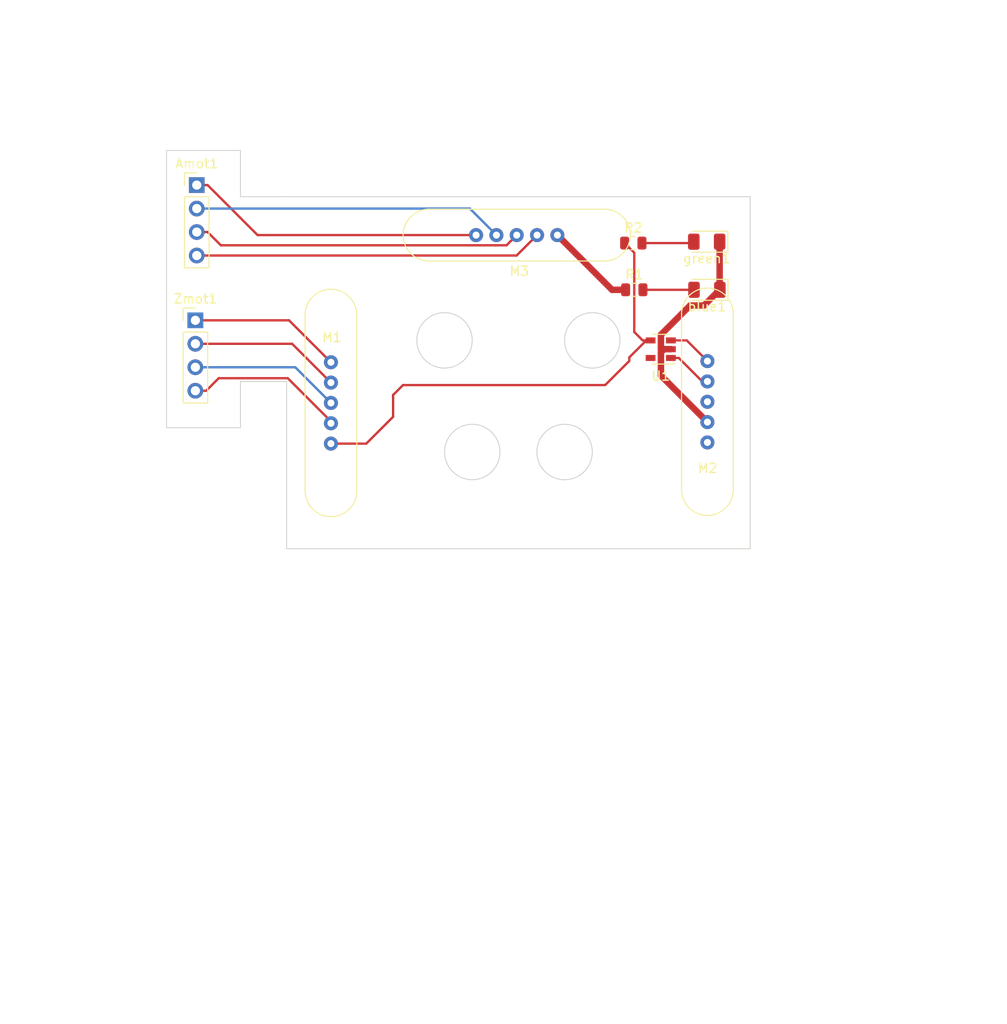
<source format=kicad_pcb>
(kicad_pcb (version 20171130) (host pcbnew 5.1.6-c6e7f7d~87~ubuntu20.04.1)

  (general
    (thickness 1.6)
    (drawings 22)
    (tracks 57)
    (zones 0)
    (modules 10)
    (nets 19)
  )

  (page A4)
  (layers
    (0 F.Cu signal)
    (31 B.Cu signal)
    (32 B.Adhes user)
    (33 F.Adhes user)
    (34 B.Paste user)
    (35 F.Paste user)
    (36 B.SilkS user)
    (37 F.SilkS user)
    (38 B.Mask user)
    (39 F.Mask user)
    (40 Dwgs.User user)
    (41 Cmts.User user)
    (42 Eco1.User user)
    (43 Eco2.User user)
    (44 Edge.Cuts user)
    (45 Margin user)
    (46 B.CrtYd user)
    (47 F.CrtYd user)
    (48 B.Fab user)
    (49 F.Fab user)
  )

  (setup
    (last_trace_width 0.25)
    (trace_clearance 0.2)
    (zone_clearance 0.508)
    (zone_45_only no)
    (trace_min 0.2)
    (via_size 0.8)
    (via_drill 0.4)
    (via_min_size 0.4)
    (via_min_drill 0.3)
    (uvia_size 0.3)
    (uvia_drill 0.1)
    (uvias_allowed no)
    (uvia_min_size 0.2)
    (uvia_min_drill 0.1)
    (edge_width 0.1)
    (segment_width 0.2)
    (pcb_text_width 0.3)
    (pcb_text_size 1.5 1.5)
    (mod_edge_width 0.12)
    (mod_text_size 1 1)
    (mod_text_width 0.15)
    (pad_size 1.524 1.524)
    (pad_drill 0.762)
    (pad_to_mask_clearance 0.05)
    (aux_axis_origin 0 0)
    (visible_elements FFFFFF7F)
    (pcbplotparams
      (layerselection 0x010fc_ffffffff)
      (usegerberextensions false)
      (usegerberattributes true)
      (usegerberadvancedattributes true)
      (creategerberjobfile true)
      (excludeedgelayer true)
      (linewidth 0.100000)
      (plotframeref false)
      (viasonmask false)
      (mode 1)
      (useauxorigin false)
      (hpglpennumber 1)
      (hpglpenspeed 20)
      (hpglpendiameter 15.000000)
      (psnegative false)
      (psa4output false)
      (plotreference true)
      (plotvalue true)
      (plotinvisibletext false)
      (padsonsilk false)
      (subtractmaskfromsilk false)
      (outputformat 1)
      (mirror false)
      (drillshape 1)
      (scaleselection 1)
      (outputdirectory ""))
  )

  (net 0 "")
  (net 1 A2B)
  (net 2 A1B)
  (net 3 A2A)
  (net 4 A1A)
  (net 5 "Net-(R1-Pad2)")
  (net 6 GND)
  (net 7 "Net-(R2-Pad2)")
  (net 8 Z1A)
  (net 9 Z2A)
  (net 10 Z1B)
  (net 11 Z2B)
  (net 12 +3V3)
  (net 13 pwm)
  (net 14 limZ)
  (net 15 SCL)
  (net 16 SDA)
  (net 17 +12V)
  (net 18 "Net-(U1-Pad5)")

  (net_class Default "This is the default net class."
    (clearance 0.2)
    (trace_width 0.25)
    (via_dia 0.8)
    (via_drill 0.4)
    (uvia_dia 0.3)
    (uvia_drill 0.1)
    (add_net +3V3)
    (add_net A1A)
    (add_net A1B)
    (add_net A2A)
    (add_net A2B)
    (add_net "Net-(R1-Pad2)")
    (add_net "Net-(R2-Pad2)")
    (add_net "Net-(U1-Pad5)")
    (add_net SCL)
    (add_net SDA)
    (add_net Z1A)
    (add_net Z1B)
    (add_net Z2A)
    (add_net Z2B)
    (add_net limZ)
    (add_net pwm)
  )

  (net_class +12V ""
    (clearance 0.2)
    (trace_width 0.7)
    (via_dia 0.8)
    (via_drill 0.4)
    (uvia_dia 0.3)
    (uvia_drill 0.1)
    (add_net +12V)
  )

  (net_class GND ""
    (clearance 0.2)
    (trace_width 0.7)
    (via_dia 0.8)
    (via_drill 0.4)
    (uvia_dia 0.3)
    (uvia_drill 0.1)
    (add_net GND)
  )

  (module Connector_PinHeader_2.54mm:PinHeader_1x04_P2.54mm_Vertical (layer F.Cu) (tedit 59FED5CC) (tstamp 62006180)
    (at 90.2716 58.7502)
    (descr "Through hole straight pin header, 1x04, 2.54mm pitch, single row")
    (tags "Through hole pin header THT 1x04 2.54mm single row")
    (path /6200268B)
    (fp_text reference Amot1 (at 0 -2.33) (layer F.SilkS)
      (effects (font (size 1 1) (thickness 0.15)))
    )
    (fp_text value Conn_01x04_Male (at 0 9.95) (layer F.Fab)
      (effects (font (size 1 1) (thickness 0.15)))
    )
    (fp_text user %R (at -5.09016 3.52044 90) (layer F.Fab)
      (effects (font (size 1 1) (thickness 0.15)))
    )
    (fp_line (start -0.635 -1.27) (end 1.27 -1.27) (layer F.Fab) (width 0.1))
    (fp_line (start 1.27 -1.27) (end 1.27 8.89) (layer F.Fab) (width 0.1))
    (fp_line (start 1.27 8.89) (end -1.27 8.89) (layer F.Fab) (width 0.1))
    (fp_line (start -1.27 8.89) (end -1.27 -0.635) (layer F.Fab) (width 0.1))
    (fp_line (start -1.27 -0.635) (end -0.635 -1.27) (layer F.Fab) (width 0.1))
    (fp_line (start -1.33 8.95) (end 1.33 8.95) (layer F.SilkS) (width 0.12))
    (fp_line (start -1.33 1.27) (end -1.33 8.95) (layer F.SilkS) (width 0.12))
    (fp_line (start 1.33 1.27) (end 1.33 8.95) (layer F.SilkS) (width 0.12))
    (fp_line (start -1.33 1.27) (end 1.33 1.27) (layer F.SilkS) (width 0.12))
    (fp_line (start -1.33 0) (end -1.33 -1.33) (layer F.SilkS) (width 0.12))
    (fp_line (start -1.33 -1.33) (end 0 -1.33) (layer F.SilkS) (width 0.12))
    (fp_line (start -1.8 -1.8) (end -1.8 9.4) (layer F.CrtYd) (width 0.05))
    (fp_line (start -1.8 9.4) (end 1.8 9.4) (layer F.CrtYd) (width 0.05))
    (fp_line (start 1.8 9.4) (end 1.8 -1.8) (layer F.CrtYd) (width 0.05))
    (fp_line (start 1.8 -1.8) (end -1.8 -1.8) (layer F.CrtYd) (width 0.05))
    (pad 4 thru_hole oval (at 0 7.62) (size 1.7 1.7) (drill 1) (layers *.Cu *.Mask)
      (net 1 A2B))
    (pad 3 thru_hole oval (at 0 5.08) (size 1.7 1.7) (drill 1) (layers *.Cu *.Mask)
      (net 2 A1B))
    (pad 2 thru_hole oval (at 0 2.54) (size 1.7 1.7) (drill 1) (layers *.Cu *.Mask)
      (net 3 A2A))
    (pad 1 thru_hole rect (at 0 0) (size 1.7 1.7) (drill 1) (layers *.Cu *.Mask)
      (net 4 A1A))
    (model ${KISYS3DMOD}/Connector_PinHeader_2.54mm.3dshapes/PinHeader_1x04_P2.54mm_Vertical.wrl
      (at (xyz 0 0 0))
      (scale (xyz 1 1 1))
      (rotate (xyz 0 0 0))
    )
  )

  (module LED_SMD:LED_1206_3216Metric (layer F.Cu) (tedit 5B301BBE) (tstamp 62006193)
    (at 145.514 70.0786 180)
    (descr "LED SMD 1206 (3216 Metric), square (rectangular) end terminal, IPC_7351 nominal, (Body size source: http://www.tortai-tech.com/upload/download/2011102023233369053.pdf), generated with kicad-footprint-generator")
    (tags diode)
    (path /6201573D)
    (attr smd)
    (fp_text reference blue1 (at 0 -1.82) (layer F.SilkS)
      (effects (font (size 1 1) (thickness 0.15)))
    )
    (fp_text value LED (at 0 1.82) (layer F.Fab)
      (effects (font (size 1 1) (thickness 0.15)))
    )
    (fp_text user %R (at 0 0) (layer F.Fab)
      (effects (font (size 0.8 0.8) (thickness 0.12)))
    )
    (fp_line (start 1.6 -0.8) (end -1.2 -0.8) (layer F.Fab) (width 0.1))
    (fp_line (start -1.2 -0.8) (end -1.6 -0.4) (layer F.Fab) (width 0.1))
    (fp_line (start -1.6 -0.4) (end -1.6 0.8) (layer F.Fab) (width 0.1))
    (fp_line (start -1.6 0.8) (end 1.6 0.8) (layer F.Fab) (width 0.1))
    (fp_line (start 1.6 0.8) (end 1.6 -0.8) (layer F.Fab) (width 0.1))
    (fp_line (start 1.6 -1.135) (end -2.285 -1.135) (layer F.SilkS) (width 0.12))
    (fp_line (start -2.285 -1.135) (end -2.285 1.135) (layer F.SilkS) (width 0.12))
    (fp_line (start -2.285 1.135) (end 1.6 1.135) (layer F.SilkS) (width 0.12))
    (fp_line (start -2.28 1.12) (end -2.28 -1.12) (layer F.CrtYd) (width 0.05))
    (fp_line (start -2.28 -1.12) (end 2.28 -1.12) (layer F.CrtYd) (width 0.05))
    (fp_line (start 2.28 -1.12) (end 2.28 1.12) (layer F.CrtYd) (width 0.05))
    (fp_line (start 2.28 1.12) (end -2.28 1.12) (layer F.CrtYd) (width 0.05))
    (pad 2 smd roundrect (at 1.4 0 180) (size 1.25 1.75) (layers F.Cu F.Paste F.Mask) (roundrect_rratio 0.2)
      (net 5 "Net-(R1-Pad2)"))
    (pad 1 smd roundrect (at -1.4 0 180) (size 1.25 1.75) (layers F.Cu F.Paste F.Mask) (roundrect_rratio 0.2)
      (net 6 GND))
    (model ${KISYS3DMOD}/LED_SMD.3dshapes/LED_1206_3216Metric.wrl
      (at (xyz 0 0 0))
      (scale (xyz 1 1 1))
      (rotate (xyz 0 0 0))
    )
  )

  (module LED_SMD:LED_1206_3216Metric (layer F.Cu) (tedit 5B301BBE) (tstamp 620061A6)
    (at 145.491 64.8716 180)
    (descr "LED SMD 1206 (3216 Metric), square (rectangular) end terminal, IPC_7351 nominal, (Body size source: http://www.tortai-tech.com/upload/download/2011102023233369053.pdf), generated with kicad-footprint-generator")
    (tags diode)
    (path /62015151)
    (attr smd)
    (fp_text reference green1 (at 0 -1.82) (layer F.SilkS)
      (effects (font (size 1 1) (thickness 0.15)))
    )
    (fp_text value LED (at 0 1.82) (layer F.Fab)
      (effects (font (size 1 1) (thickness 0.15)))
    )
    (fp_line (start 2.28 1.12) (end -2.28 1.12) (layer F.CrtYd) (width 0.05))
    (fp_line (start 2.28 -1.12) (end 2.28 1.12) (layer F.CrtYd) (width 0.05))
    (fp_line (start -2.28 -1.12) (end 2.28 -1.12) (layer F.CrtYd) (width 0.05))
    (fp_line (start -2.28 1.12) (end -2.28 -1.12) (layer F.CrtYd) (width 0.05))
    (fp_line (start -2.285 1.135) (end 1.6 1.135) (layer F.SilkS) (width 0.12))
    (fp_line (start -2.285 -1.135) (end -2.285 1.135) (layer F.SilkS) (width 0.12))
    (fp_line (start 1.6 -1.135) (end -2.285 -1.135) (layer F.SilkS) (width 0.12))
    (fp_line (start 1.6 0.8) (end 1.6 -0.8) (layer F.Fab) (width 0.1))
    (fp_line (start -1.6 0.8) (end 1.6 0.8) (layer F.Fab) (width 0.1))
    (fp_line (start -1.6 -0.4) (end -1.6 0.8) (layer F.Fab) (width 0.1))
    (fp_line (start -1.2 -0.8) (end -1.6 -0.4) (layer F.Fab) (width 0.1))
    (fp_line (start 1.6 -0.8) (end -1.2 -0.8) (layer F.Fab) (width 0.1))
    (fp_text user %R (at 0 0) (layer F.Fab)
      (effects (font (size 0.8 0.8) (thickness 0.12)))
    )
    (pad 1 smd roundrect (at -1.4 0 180) (size 1.25 1.75) (layers F.Cu F.Paste F.Mask) (roundrect_rratio 0.2)
      (net 6 GND))
    (pad 2 smd roundrect (at 1.4 0 180) (size 1.25 1.75) (layers F.Cu F.Paste F.Mask) (roundrect_rratio 0.2)
      (net 7 "Net-(R2-Pad2)"))
    (model ${KISYS3DMOD}/LED_SMD.3dshapes/LED_1206_3216Metric.wrl
      (at (xyz 0 0 0))
      (scale (xyz 1 1 1))
      (rotate (xyz 0 0 0))
    )
  )

  (module Magnet_conn:magnet_conn_X5 (layer F.Cu) (tedit 61FFEA57) (tstamp 620061B3)
    (at 104.8 82.3214)
    (path /61FFE886)
    (fp_text reference M1 (at 0.1016 -7.112) (layer F.SilkS)
      (effects (font (size 1 1) (thickness 0.15)))
    )
    (fp_text value magnet_conn_X5 (at -0.2286 -11.0744) (layer F.Fab)
      (effects (font (size 1 1) (thickness 0.15)))
    )
    (fp_line (start 2.8 9.5) (end 2.8 -9.5) (layer F.SilkS) (width 0.12))
    (fp_line (start -2.8 -9.5) (end -2.8 9.5) (layer F.SilkS) (width 0.12))
    (fp_arc (start 0 -9.5) (end 2.8 -9.5) (angle -180) (layer F.SilkS) (width 0.12))
    (fp_arc (start 0 9.5) (end -2.8 9.5) (angle -180) (layer F.SilkS) (width 0.12))
    (pad 1 thru_hole circle (at 0 -4.4) (size 1.524 1.524) (drill 0.762) (layers *.Cu *.Mask)
      (net 8 Z1A))
    (pad 2 thru_hole circle (at 0 -2.2) (size 1.524 1.524) (drill 0.762) (layers *.Cu *.Mask)
      (net 9 Z2A))
    (pad 3 thru_hole circle (at 0 0) (size 1.524 1.524) (drill 0.762) (layers *.Cu *.Mask)
      (net 10 Z1B))
    (pad 4 thru_hole circle (at 0 2.2) (size 1.524 1.524) (drill 0.762) (layers *.Cu *.Mask)
      (net 11 Z2B))
    (pad 5 thru_hole circle (at 0 4.4) (size 1.524 1.524) (drill 0.762) (layers *.Cu *.Mask)
      (net 12 +3V3))
  )

  (module Magnet_conn:magnet_conn_X5 (layer F.Cu) (tedit 61FFEA57) (tstamp 620061C0)
    (at 145.567 82.1944)
    (path /61FFEFCB)
    (fp_text reference M2 (at 0.0254 7.1882) (layer F.SilkS)
      (effects (font (size 1 1) (thickness 0.15)))
    )
    (fp_text value magnet_conn_X5 (at 4.4704 0.6096 90) (layer F.Fab)
      (effects (font (size 1 1) (thickness 0.15)))
    )
    (fp_arc (start 0 9.5) (end -2.8 9.5) (angle -180) (layer F.SilkS) (width 0.12))
    (fp_arc (start 0 -9.5) (end 2.8 -9.5) (angle -180) (layer F.SilkS) (width 0.12))
    (fp_line (start -2.8 -9.5) (end -2.8 9.5) (layer F.SilkS) (width 0.12))
    (fp_line (start 2.8 9.5) (end 2.8 -9.5) (layer F.SilkS) (width 0.12))
    (pad 5 thru_hole circle (at 0 4.4) (size 1.524 1.524) (drill 0.762) (layers *.Cu *.Mask)
      (net 13 pwm))
    (pad 4 thru_hole circle (at 0 2.2) (size 1.524 1.524) (drill 0.762) (layers *.Cu *.Mask)
      (net 6 GND))
    (pad 3 thru_hole circle (at 0 0) (size 1.524 1.524) (drill 0.762) (layers *.Cu *.Mask)
      (net 14 limZ))
    (pad 2 thru_hole circle (at 0 -2.2) (size 1.524 1.524) (drill 0.762) (layers *.Cu *.Mask)
      (net 15 SCL))
    (pad 1 thru_hole circle (at 0 -4.4) (size 1.524 1.524) (drill 0.762) (layers *.Cu *.Mask)
      (net 16 SDA))
  )

  (module Magnet_conn:magnet_conn_X5 (layer F.Cu) (tedit 61FFEA57) (tstamp 620061CD)
    (at 124.917 64.1604 270)
    (path /61FFF3A4)
    (fp_text reference M3 (at 3.9116 -0.2794 180) (layer F.SilkS)
      (effects (font (size 1 1) (thickness 0.15)))
    )
    (fp_text value magnet_conn_X5 (at -4.318 0.2794 180) (layer F.Fab)
      (effects (font (size 1 1) (thickness 0.15)))
    )
    (fp_line (start 2.8 9.5) (end 2.8 -9.5) (layer F.SilkS) (width 0.12))
    (fp_line (start -2.8 -9.5) (end -2.8 9.5) (layer F.SilkS) (width 0.12))
    (fp_arc (start 0 -9.5) (end 2.8 -9.5) (angle -180) (layer F.SilkS) (width 0.12))
    (fp_arc (start 0 9.5) (end -2.8 9.5) (angle -180) (layer F.SilkS) (width 0.12))
    (pad 1 thru_hole circle (at 0 -4.4 270) (size 1.524 1.524) (drill 0.762) (layers *.Cu *.Mask)
      (net 17 +12V))
    (pad 2 thru_hole circle (at 0 -2.2 270) (size 1.524 1.524) (drill 0.762) (layers *.Cu *.Mask)
      (net 1 A2B))
    (pad 3 thru_hole circle (at 0 0 270) (size 1.524 1.524) (drill 0.762) (layers *.Cu *.Mask)
      (net 2 A1B))
    (pad 4 thru_hole circle (at 0 2.2 270) (size 1.524 1.524) (drill 0.762) (layers *.Cu *.Mask)
      (net 3 A2A))
    (pad 5 thru_hole circle (at 0 4.4 270) (size 1.524 1.524) (drill 0.762) (layers *.Cu *.Mask)
      (net 4 A1A))
  )

  (module Resistor_SMD:R_0805_2012Metric (layer F.Cu) (tedit 5B36C52B) (tstamp 620061DE)
    (at 137.645 70.0786)
    (descr "Resistor SMD 0805 (2012 Metric), square (rectangular) end terminal, IPC_7351 nominal, (Body size source: https://docs.google.com/spreadsheets/d/1BsfQQcO9C6DZCsRaXUlFlo91Tg2WpOkGARC1WS5S8t0/edit?usp=sharing), generated with kicad-footprint-generator")
    (tags resistor)
    (path /620108C4)
    (attr smd)
    (fp_text reference R1 (at 0 -1.65) (layer F.SilkS)
      (effects (font (size 1 1) (thickness 0.15)))
    )
    (fp_text value R (at 0 1.65) (layer F.Fab)
      (effects (font (size 1 1) (thickness 0.15)))
    )
    (fp_text user %R (at 0 0) (layer F.Fab)
      (effects (font (size 0.5 0.5) (thickness 0.08)))
    )
    (fp_line (start -1 0.6) (end -1 -0.6) (layer F.Fab) (width 0.1))
    (fp_line (start -1 -0.6) (end 1 -0.6) (layer F.Fab) (width 0.1))
    (fp_line (start 1 -0.6) (end 1 0.6) (layer F.Fab) (width 0.1))
    (fp_line (start 1 0.6) (end -1 0.6) (layer F.Fab) (width 0.1))
    (fp_line (start -0.258578 -0.71) (end 0.258578 -0.71) (layer F.SilkS) (width 0.12))
    (fp_line (start -0.258578 0.71) (end 0.258578 0.71) (layer F.SilkS) (width 0.12))
    (fp_line (start -1.68 0.95) (end -1.68 -0.95) (layer F.CrtYd) (width 0.05))
    (fp_line (start -1.68 -0.95) (end 1.68 -0.95) (layer F.CrtYd) (width 0.05))
    (fp_line (start 1.68 -0.95) (end 1.68 0.95) (layer F.CrtYd) (width 0.05))
    (fp_line (start 1.68 0.95) (end -1.68 0.95) (layer F.CrtYd) (width 0.05))
    (pad 2 smd roundrect (at 0.9375 0) (size 0.975 1.4) (layers F.Cu F.Paste F.Mask) (roundrect_rratio 0.25)
      (net 5 "Net-(R1-Pad2)"))
    (pad 1 smd roundrect (at -0.9375 0) (size 0.975 1.4) (layers F.Cu F.Paste F.Mask) (roundrect_rratio 0.25)
      (net 17 +12V))
    (model ${KISYS3DMOD}/Resistor_SMD.3dshapes/R_0805_2012Metric.wrl
      (at (xyz 0 0 0))
      (scale (xyz 1 1 1))
      (rotate (xyz 0 0 0))
    )
  )

  (module Resistor_SMD:R_0805_2012Metric (layer F.Cu) (tedit 5B36C52B) (tstamp 620061EF)
    (at 137.541 65.024)
    (descr "Resistor SMD 0805 (2012 Metric), square (rectangular) end terminal, IPC_7351 nominal, (Body size source: https://docs.google.com/spreadsheets/d/1BsfQQcO9C6DZCsRaXUlFlo91Tg2WpOkGARC1WS5S8t0/edit?usp=sharing), generated with kicad-footprint-generator")
    (tags resistor)
    (path /62010472)
    (attr smd)
    (fp_text reference R2 (at 0 -1.65) (layer F.SilkS)
      (effects (font (size 1 1) (thickness 0.15)))
    )
    (fp_text value R (at 0 1.65) (layer F.Fab)
      (effects (font (size 1 1) (thickness 0.15)))
    )
    (fp_line (start 1.68 0.95) (end -1.68 0.95) (layer F.CrtYd) (width 0.05))
    (fp_line (start 1.68 -0.95) (end 1.68 0.95) (layer F.CrtYd) (width 0.05))
    (fp_line (start -1.68 -0.95) (end 1.68 -0.95) (layer F.CrtYd) (width 0.05))
    (fp_line (start -1.68 0.95) (end -1.68 -0.95) (layer F.CrtYd) (width 0.05))
    (fp_line (start -0.258578 0.71) (end 0.258578 0.71) (layer F.SilkS) (width 0.12))
    (fp_line (start -0.258578 -0.71) (end 0.258578 -0.71) (layer F.SilkS) (width 0.12))
    (fp_line (start 1 0.6) (end -1 0.6) (layer F.Fab) (width 0.1))
    (fp_line (start 1 -0.6) (end 1 0.6) (layer F.Fab) (width 0.1))
    (fp_line (start -1 -0.6) (end 1 -0.6) (layer F.Fab) (width 0.1))
    (fp_line (start -1 0.6) (end -1 -0.6) (layer F.Fab) (width 0.1))
    (fp_text user %R (at 0 0) (layer F.Fab)
      (effects (font (size 0.5 0.5) (thickness 0.08)))
    )
    (pad 1 smd roundrect (at -0.9375 0) (size 0.975 1.4) (layers F.Cu F.Paste F.Mask) (roundrect_rratio 0.25)
      (net 12 +3V3))
    (pad 2 smd roundrect (at 0.9375 0) (size 0.975 1.4) (layers F.Cu F.Paste F.Mask) (roundrect_rratio 0.25)
      (net 7 "Net-(R2-Pad2)"))
    (model ${KISYS3DMOD}/Resistor_SMD.3dshapes/R_0805_2012Metric.wrl
      (at (xyz 0 0 0))
      (scale (xyz 1 1 1))
      (rotate (xyz 0 0 0))
    )
  )

  (module Package_TO_SOT_SMD:SOT-23-5 (layer F.Cu) (tedit 5A02FF57) (tstamp 62006204)
    (at 140.513 76.5048 180)
    (descr "5-pin SOT23 package")
    (tags SOT-23-5)
    (path /620036E7)
    (attr smd)
    (fp_text reference U1 (at 0 -2.9) (layer F.SilkS)
      (effects (font (size 1 1) (thickness 0.15)))
    )
    (fp_text value 24AA02-OT (at 0 2.9) (layer F.Fab)
      (effects (font (size 1 1) (thickness 0.15)))
    )
    (fp_line (start 0.9 -1.55) (end 0.9 1.55) (layer F.Fab) (width 0.1))
    (fp_line (start 0.9 1.55) (end -0.9 1.55) (layer F.Fab) (width 0.1))
    (fp_line (start -0.9 -0.9) (end -0.9 1.55) (layer F.Fab) (width 0.1))
    (fp_line (start 0.9 -1.55) (end -0.25 -1.55) (layer F.Fab) (width 0.1))
    (fp_line (start -0.9 -0.9) (end -0.25 -1.55) (layer F.Fab) (width 0.1))
    (fp_line (start -1.9 1.8) (end -1.9 -1.8) (layer F.CrtYd) (width 0.05))
    (fp_line (start 1.9 1.8) (end -1.9 1.8) (layer F.CrtYd) (width 0.05))
    (fp_line (start 1.9 -1.8) (end 1.9 1.8) (layer F.CrtYd) (width 0.05))
    (fp_line (start -1.9 -1.8) (end 1.9 -1.8) (layer F.CrtYd) (width 0.05))
    (fp_line (start 0.9 -1.61) (end -1.55 -1.61) (layer F.SilkS) (width 0.12))
    (fp_line (start -0.9 1.61) (end 0.9 1.61) (layer F.SilkS) (width 0.12))
    (fp_text user %R (at 0 0 90) (layer F.Fab)
      (effects (font (size 0.5 0.5) (thickness 0.075)))
    )
    (pad 1 smd rect (at -1.1 -0.95 180) (size 1.06 0.65) (layers F.Cu F.Paste F.Mask)
      (net 15 SCL))
    (pad 2 smd rect (at -1.1 0 180) (size 1.06 0.65) (layers F.Cu F.Paste F.Mask)
      (net 6 GND))
    (pad 3 smd rect (at -1.1 0.95 180) (size 1.06 0.65) (layers F.Cu F.Paste F.Mask)
      (net 16 SDA))
    (pad 4 smd rect (at 1.1 0.95 180) (size 1.06 0.65) (layers F.Cu F.Paste F.Mask)
      (net 12 +3V3))
    (pad 5 smd rect (at 1.1 -0.95 180) (size 1.06 0.65) (layers F.Cu F.Paste F.Mask)
      (net 18 "Net-(U1-Pad5)"))
    (model ${KISYS3DMOD}/Package_TO_SOT_SMD.3dshapes/SOT-23-5.wrl
      (at (xyz 0 0 0))
      (scale (xyz 1 1 1))
      (rotate (xyz 0 0 0))
    )
  )

  (module Connector_PinHeader_2.54mm:PinHeader_1x04_P2.54mm_Vertical (layer F.Cu) (tedit 59FED5CC) (tstamp 6200621C)
    (at 90.1192 73.3806)
    (descr "Through hole straight pin header, 1x04, 2.54mm pitch, single row")
    (tags "Through hole pin header THT 1x04 2.54mm single row")
    (path /62001DA6)
    (fp_text reference Zmot1 (at 0 -2.33) (layer F.SilkS)
      (effects (font (size 1 1) (thickness 0.15)))
    )
    (fp_text value Conn_01x04_Male (at 0 9.95) (layer F.Fab)
      (effects (font (size 1 1) (thickness 0.15)))
    )
    (fp_line (start 1.8 -1.8) (end -1.8 -1.8) (layer F.CrtYd) (width 0.05))
    (fp_line (start 1.8 9.4) (end 1.8 -1.8) (layer F.CrtYd) (width 0.05))
    (fp_line (start -1.8 9.4) (end 1.8 9.4) (layer F.CrtYd) (width 0.05))
    (fp_line (start -1.8 -1.8) (end -1.8 9.4) (layer F.CrtYd) (width 0.05))
    (fp_line (start -1.33 -1.33) (end 0 -1.33) (layer F.SilkS) (width 0.12))
    (fp_line (start -1.33 0) (end -1.33 -1.33) (layer F.SilkS) (width 0.12))
    (fp_line (start -1.33 1.27) (end 1.33 1.27) (layer F.SilkS) (width 0.12))
    (fp_line (start 1.33 1.27) (end 1.33 8.95) (layer F.SilkS) (width 0.12))
    (fp_line (start -1.33 1.27) (end -1.33 8.95) (layer F.SilkS) (width 0.12))
    (fp_line (start -1.33 8.95) (end 1.33 8.95) (layer F.SilkS) (width 0.12))
    (fp_line (start -1.27 -0.635) (end -0.635 -1.27) (layer F.Fab) (width 0.1))
    (fp_line (start -1.27 8.89) (end -1.27 -0.635) (layer F.Fab) (width 0.1))
    (fp_line (start 1.27 8.89) (end -1.27 8.89) (layer F.Fab) (width 0.1))
    (fp_line (start 1.27 -1.27) (end 1.27 8.89) (layer F.Fab) (width 0.1))
    (fp_line (start -0.635 -1.27) (end 1.27 -1.27) (layer F.Fab) (width 0.1))
    (fp_text user %R (at 0 3.81 90) (layer F.Fab)
      (effects (font (size 1 1) (thickness 0.15)))
    )
    (pad 1 thru_hole rect (at 0 0) (size 1.7 1.7) (drill 1) (layers *.Cu *.Mask)
      (net 8 Z1A))
    (pad 2 thru_hole oval (at 0 2.54) (size 1.7 1.7) (drill 1) (layers *.Cu *.Mask)
      (net 9 Z2A))
    (pad 3 thru_hole oval (at 0 5.08) (size 1.7 1.7) (drill 1) (layers *.Cu *.Mask)
      (net 10 Z1B))
    (pad 4 thru_hole oval (at 0 7.62) (size 1.7 1.7) (drill 1) (layers *.Cu *.Mask)
      (net 11 Z2B))
    (model ${KISYS3DMOD}/Connector_PinHeader_2.54mm.3dshapes/PinHeader_1x04_P2.54mm_Vertical.wrl
      (at (xyz 0 0 0))
      (scale (xyz 1 1 1))
      (rotate (xyz 0 0 0))
    )
  )

  (gr_circle (center 130.1 87.63) (end 133.1 87.63) (layer Edge.Cuts) (width 0.1))
  (gr_circle (center 120.1 87.63) (end 123.1 87.63) (layer Edge.Cuts) (width 0.1))
  (gr_circle (center 133.1 75.55) (end 136.1 75.55) (layer Edge.Cuts) (width 0.1))
  (gr_circle (center 117.1 75.55) (end 120.1 75.55) (layer Edge.Cuts) (width 0.1))
  (dimension 12.963801 (width 0.15) (layer Dwgs.User)
    (gr_text "12,83 mm" (at 143.681929 150.173249) (layer Dwgs.User)
      (effects (font (size 1 1) (thickness 0.15)))
    )
    (feature1 (pts (xy 137.2362 59.9948) (xy 137.200315 149.45707)))
    (feature2 (pts (xy 150.2 60) (xy 150.164115 149.46227)))
    (crossbar (pts (xy 150.16435 148.875849) (xy 137.20055 148.870649)))
    (arrow1a (pts (xy 137.20055 148.870649) (xy 138.327289 148.28468)))
    (arrow1b (pts (xy 137.20055 148.870649) (xy 138.326818 149.457522)))
    (arrow2a (pts (xy 150.16435 148.875849) (xy 149.038082 148.288976)))
    (arrow2b (pts (xy 150.16435 148.875849) (xy 149.037611 149.461818)))
  )
  (dimension 1.493432 (width 0.15) (layer Dwgs.User)
    (gr_text "1,493 mm" (at 72.630111 60.237702 89.62401863) (layer Dwgs.User) (tstamp 62006F08)
      (effects (font (size 1 1) (thickness 0.15)))
    )
    (feature1 (pts (xy 150.1902 61.4934) (xy 73.338775 60.989085)))
    (feature2 (pts (xy 150.2 60) (xy 73.348575 59.495685)))
    (crossbar (pts (xy 73.934983 59.499533) (xy 73.925183 60.992933)))
    (arrow1a (pts (xy 73.925183 60.992933) (xy 73.346167 59.862605)))
    (arrow1b (pts (xy 73.925183 60.992933) (xy 74.518983 59.870302)))
    (arrow2a (pts (xy 73.934983 59.499533) (xy 73.341183 60.622164)))
    (arrow2b (pts (xy 73.934983 59.499533) (xy 74.513999 60.629861)))
  )
  (dimension 2.006407 (width 0.15) (layer Dwgs.User)
    (gr_text 1.841mm (at 100.851125 39.419914 0.1) (layer Dwgs.User)
      (effects (font (size 1 1) (thickness 0.15)))
    )
    (feature1 (pts (xy 102.0064 98.0948) (xy 101.856175 40.130891)))
    (feature2 (pts (xy 100 98.1) (xy 99.849775 40.136091)))
    (crossbar (pts (xy 99.851294 40.72251) (xy 101.857694 40.71731)))
    (arrow1a (pts (xy 101.857694 40.71731) (xy 100.732714 41.306648)))
    (arrow1b (pts (xy 101.857694 40.71731) (xy 100.729674 40.133811)))
    (arrow2a (pts (xy 99.851294 40.72251) (xy 100.979314 41.306009)))
    (arrow2b (pts (xy 99.851294 40.72251) (xy 100.976274 40.133172)))
  )
  (dimension 3.586613 (width 0.15) (layer Dwgs.User)
    (gr_text "3,44 mm" (at 88.7868 96.474491 -89.8) (layer Dwgs.User)
      (effects (font (size 1 1) (thickness 0.15)))
    )
    (feature1 (pts (xy 150.1902 94.5134) (xy 89.495477 94.679242)))
    (feature2 (pts (xy 150.2 98.1) (xy 89.505277 98.265842)))
    (crossbar (pts (xy 90.091695 98.264239) (xy 90.081895 94.677639)))
    (arrow1a (pts (xy 90.081895 94.677639) (xy 90.671392 95.802536)))
    (arrow1b (pts (xy 90.081895 94.677639) (xy 89.498554 95.805741)))
    (arrow2a (pts (xy 90.091695 98.264239) (xy 90.675036 97.136137)))
    (arrow2b (pts (xy 90.091695 98.264239) (xy 89.502198 97.139342)))
  )
  (dimension 1.8288 (width 0.05) (layer Dwgs.User)
    (gr_text "1,841 mm" (at 149.2758 93.0194) (layer Dwgs.User)
      (effects (font (size 1 1) (thickness 0.1)))
    )
    (feature1 (pts (xy 148.3614 86.868) (xy 148.3614 92.305821)))
    (feature2 (pts (xy 150.1902 86.868) (xy 150.1902 92.305821)))
    (crossbar (pts (xy 150.1902 91.7194) (xy 148.3614 91.7194)))
    (arrow1a (pts (xy 148.3614 91.7194) (xy 149.487904 91.132979)))
    (arrow1b (pts (xy 148.3614 91.7194) (xy 149.487904 92.305821)))
    (arrow2a (pts (xy 150.1902 91.7194) (xy 149.063696 91.132979)))
    (arrow2b (pts (xy 150.1902 91.7194) (xy 149.063696 92.305821)))
  )
  (dimension 50.2 (width 0.15) (layer Dwgs.User)
    (gr_text "50,200 mm" (at 125.1 119.5878) (layer Dwgs.User)
      (effects (font (size 1 1) (thickness 0.15)))
    )
    (feature1 (pts (xy 100 98.1) (xy 100 118.874221)))
    (feature2 (pts (xy 150.2 98.1) (xy 150.2 118.874221)))
    (crossbar (pts (xy 150.2 118.2878) (xy 100 118.2878)))
    (arrow1a (pts (xy 100 118.2878) (xy 101.126504 117.701379)))
    (arrow1b (pts (xy 100 118.2878) (xy 101.126504 118.874221)))
    (arrow2a (pts (xy 150.2 118.2878) (xy 149.073496 117.701379)))
    (arrow2b (pts (xy 150.2 118.2878) (xy 149.073496 118.874221)))
  )
  (dimension 38.1 (width 0.15) (layer Dwgs.User)
    (gr_text "38,100 mm" (at 176.6616 79.05 90) (layer Dwgs.User)
      (effects (font (size 1 1) (thickness 0.15)))
    )
    (feature1 (pts (xy 150.2 60) (xy 175.948021 60)))
    (feature2 (pts (xy 150.2 98.1) (xy 175.948021 98.1)))
    (crossbar (pts (xy 175.3616 98.1) (xy 175.3616 60)))
    (arrow1a (pts (xy 175.3616 60) (xy 175.948021 61.126504)))
    (arrow1b (pts (xy 175.3616 60) (xy 174.775179 61.126504)))
    (arrow2a (pts (xy 175.3616 98.1) (xy 175.948021 96.973496)))
    (arrow2b (pts (xy 175.3616 98.1) (xy 174.775179 96.973496)))
  )
  (gr_line (start 95 60) (end 95 55) (layer Edge.Cuts) (width 0.1) (tstamp 620069EC))
  (gr_line (start 87 55) (end 95 55) (layer Edge.Cuts) (width 0.1))
  (gr_line (start 87 85) (end 87 55) (layer Edge.Cuts) (width 0.1))
  (gr_line (start 95 85) (end 87 85) (layer Edge.Cuts) (width 0.1))
  (gr_line (start 95 80) (end 95 85) (layer Edge.Cuts) (width 0.1))
  (gr_line (start 100 60) (end 95 60) (layer Edge.Cuts) (width 0.1))
  (gr_line (start 100 80) (end 95 80) (layer Edge.Cuts) (width 0.1))
  (gr_line (start 100 98.1) (end 100 80) (layer Edge.Cuts) (width 0.1))
  (gr_line (start 150.2 98.1) (end 100 98.1) (layer Edge.Cuts) (width 0.1))
  (gr_line (start 150.2 60) (end 150.2 98.1) (layer Edge.Cuts) (width 0.1))
  (gr_line (start 100 60) (end 150.2 60) (layer Edge.Cuts) (width 0.1))

  (segment (start 90.2716 66.3702) (end 124.9072 66.3702) (width 0.25) (layer F.Cu) (net 1))
  (segment (start 124.9072 66.3702) (end 127.117 64.1604) (width 0.25) (layer F.Cu) (net 1))
  (segment (start 90.2716 63.8302) (end 91.4469 63.8302) (width 0.25) (layer F.Cu) (net 2))
  (segment (start 124.917 64.1604) (end 123.8141 65.2633) (width 0.25) (layer F.Cu) (net 2))
  (segment (start 123.8141 65.2633) (end 92.88 65.2633) (width 0.25) (layer F.Cu) (net 2))
  (segment (start 92.88 65.2633) (end 91.4469 63.8302) (width 0.25) (layer F.Cu) (net 2))
  (segment (start 122.717 64.1604) (end 119.8468 61.2902) (width 0.25) (layer B.Cu) (net 3))
  (segment (start 119.8468 61.2902) (end 90.2716 61.2902) (width 0.25) (layer B.Cu) (net 3))
  (segment (start 120.517 64.1604) (end 96.8571 64.1604) (width 0.25) (layer F.Cu) (net 4))
  (segment (start 96.8571 64.1604) (end 91.4469 58.7502) (width 0.25) (layer F.Cu) (net 4))
  (segment (start 90.2716 58.7502) (end 91.4469 58.7502) (width 0.25) (layer F.Cu) (net 4))
  (segment (start 138.5825 70.0786) (end 144.114 70.0786) (width 0.25) (layer F.Cu) (net 5))
  (segment (start 146.891 70.0786) (end 146.891 64.8716) (width 0.7) (layer F.Cu) (net 6))
  (segment (start 140.5327 76.5048) (end 140.5327 74.9365) (width 0.7) (layer F.Cu) (net 6))
  (segment (start 140.5327 74.9365) (end 143.6901 71.7791) (width 0.7) (layer F.Cu) (net 6))
  (segment (start 143.6901 71.7791) (end 145.1905 71.7791) (width 0.7) (layer F.Cu) (net 6))
  (segment (start 145.1905 71.7791) (end 146.891 70.0786) (width 0.7) (layer F.Cu) (net 6))
  (segment (start 146.891 70.0786) (end 146.914 70.0786) (width 0.7) (layer F.Cu) (net 6))
  (segment (start 140.8586 76.5048) (end 141.613 76.5048) (width 0.7) (layer F.Cu) (net 6))
  (segment (start 145.567 84.3944) (end 140.5326 79.36) (width 0.7) (layer F.Cu) (net 6))
  (segment (start 140.5326 79.36) (end 140.5326 76.8308) (width 0.7) (layer F.Cu) (net 6))
  (segment (start 140.5326 76.8308) (end 140.8586 76.5048) (width 0.7) (layer F.Cu) (net 6))
  (segment (start 140.8586 76.5048) (end 140.5327 76.5048) (width 0.7) (layer F.Cu) (net 6))
  (segment (start 138.4785 65.024) (end 143.9386 65.024) (width 0.25) (layer F.Cu) (net 7))
  (segment (start 143.9386 65.024) (end 144.091 64.8716) (width 0.25) (layer F.Cu) (net 7))
  (segment (start 90.1192 73.3806) (end 100.2592 73.3806) (width 0.25) (layer F.Cu) (net 8))
  (segment (start 100.2592 73.3806) (end 104.8 77.9214) (width 0.25) (layer F.Cu) (net 8))
  (segment (start 90.1192 75.9206) (end 100.5992 75.9206) (width 0.25) (layer F.Cu) (net 9))
  (segment (start 100.5992 75.9206) (end 104.8 80.1214) (width 0.25) (layer F.Cu) (net 9))
  (segment (start 90.1192 78.4606) (end 100.9392 78.4606) (width 0.25) (layer B.Cu) (net 10))
  (segment (start 100.9392 78.4606) (end 104.8 82.3214) (width 0.25) (layer B.Cu) (net 10))
  (segment (start 90.1192 81.0006) (end 91.2945 81.0006) (width 0.25) (layer F.Cu) (net 11))
  (segment (start 91.2945 81.0006) (end 92.6496 79.6455) (width 0.25) (layer F.Cu) (net 11))
  (segment (start 92.6496 79.6455) (end 100.1243 79.6455) (width 0.25) (layer F.Cu) (net 11))
  (segment (start 100.1243 79.6455) (end 104.8 84.3212) (width 0.25) (layer F.Cu) (net 11))
  (segment (start 104.8 84.3212) (end 104.8 84.5214) (width 0.25) (layer F.Cu) (net 11))
  (segment (start 138.2074 75.2045) (end 137.645 74.6421) (width 0.25) (layer F.Cu) (net 12))
  (segment (start 137.645 74.6421) (end 137.645 66.0655) (width 0.25) (layer F.Cu) (net 12))
  (segment (start 137.645 66.0655) (end 136.6035 65.024) (width 0.25) (layer F.Cu) (net 12))
  (segment (start 138.5577 75.5548) (end 138.2074 75.2045) (width 0.25) (layer F.Cu) (net 12))
  (segment (start 134.493 80.391) (end 112.6025 80.391) (width 0.25) (layer F.Cu) (net 12))
  (segment (start 139.413 75.5548) (end 138.5577 75.5548) (width 0.25) (layer F.Cu) (net 12))
  (segment (start 139.413 75.5548) (end 138.9482 75.5548) (width 0.25) (layer F.Cu) (net 12))
  (segment (start 138.9482 75.5548) (end 137.1092 77.3938) (width 0.25) (layer F.Cu) (net 12))
  (segment (start 137.1092 77.7748) (end 134.493 80.391) (width 0.25) (layer F.Cu) (net 12))
  (segment (start 137.1092 77.3938) (end 137.1092 77.7748) (width 0.25) (layer F.Cu) (net 12))
  (segment (start 104.8 86.7214) (end 108.63 86.7214) (width 0.25) (layer F.Cu) (net 12))
  (segment (start 108.63 86.7214) (end 111.5314 83.82) (width 0.25) (layer F.Cu) (net 12))
  (segment (start 111.5314 81.4621) (end 112.6025 80.391) (width 0.25) (layer F.Cu) (net 12))
  (segment (start 111.5314 83.82) (end 111.5314 81.4621) (width 0.25) (layer F.Cu) (net 12))
  (segment (start 141.613 77.4548) (end 142.4683 77.4548) (width 0.25) (layer F.Cu) (net 15))
  (segment (start 142.4683 77.4548) (end 145.0079 79.9944) (width 0.25) (layer F.Cu) (net 15))
  (segment (start 145.0079 79.9944) (end 145.567 79.9944) (width 0.25) (layer F.Cu) (net 15))
  (segment (start 141.613 75.5548) (end 143.3274 75.5548) (width 0.25) (layer F.Cu) (net 16))
  (segment (start 143.3274 75.5548) (end 145.567 77.7944) (width 0.25) (layer F.Cu) (net 16))
  (segment (start 136.7075 70.0786) (end 135.2352 70.0786) (width 0.7) (layer F.Cu) (net 17))
  (segment (start 135.2352 70.0786) (end 129.317 64.1604) (width 0.7) (layer F.Cu) (net 17))

)

</source>
